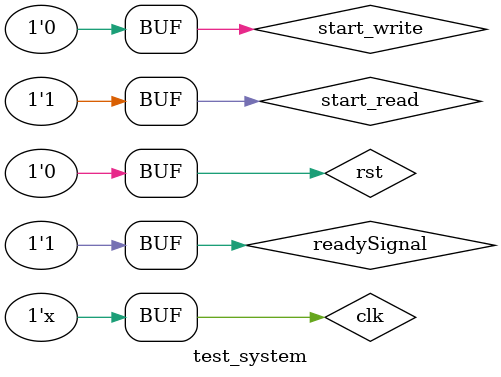
<source format=v>
`timescale 1ns / 1ps


module test_system;

	// Inputs
	reg clk;
	reg start_write;
	reg start_read;
	reg new_sample;
	reg rst;
	reg readySignal;
	reg [23:0] in_l;
	reg [23:0] in_r;

	// Outputs
	wire [23:0] out_l;
	wire [23:0] out_r;
	wire writeComplete;
	wire [6:0] some_data;
	wire signalA;
	wire signalB;

	// Instantiate the Unit Under Test (UUT)
	audio_manip uut (
		.clk(clk), 
		.start_write(start_write), 
		.start_read(start_read), 
		.new_sample(new_sample), 
		.rst(rst),
		.readySignal(readySignal),
		.in_l(in_l), 
		.in_r(in_r), 
		.out_l(out_l), 
		.out_r(out_r), 
		.writeComplete(writeComplete), 
		.some_data(some_data), 
		.signalA(signalA), 
		.signalB(signalB)
	);
	
	always begin
		#2 clk = ~clk;
	end
	
	initial begin
		// Initialize Inputs
		clk = 0;
		start_write = 0;
		start_read = 0;
		new_sample = 0;
		rst = 0;
		in_l = 0;
		in_r = 0;
		readySignal = 0;

		// Wait 100 ns for global reset to finish
		#10;
        
		// Add stimulus here
		start_write = 1;
		
		#1000;
		start_read = 1;
		start_write = 0;
		#1000;
		readySignal = 1;
	end
     
	always @(posedge clk) begin
		new_sample = ~new_sample;
		in_l = in_l + 1;
		in_r = in_r + 1;
		
	end
	
endmodule


</source>
